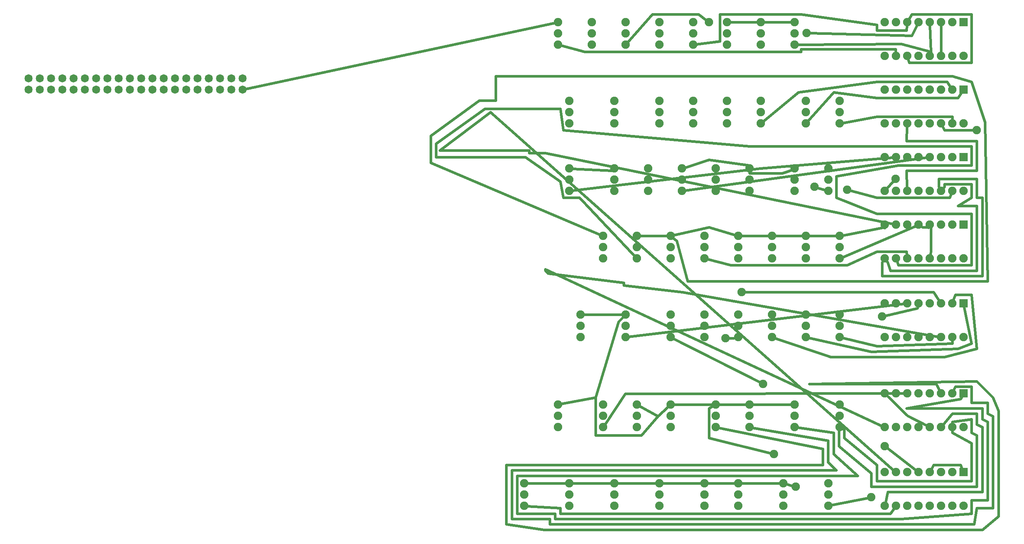
<source format=gbl>
G04 MADE WITH FRITZING*
G04 WWW.FRITZING.ORG*
G04 SINGLE SIDED*
G04 HOLES NOT PLATED*
G04 CONTOUR ON CENTER OF CONTOUR VECTOR*
%ASAXBY*%
%FSLAX23Y23*%
%MOIN*%
%OFA0B0*%
%SFA1.0B1.0*%
%ADD10C,0.075000*%
%ADD11C,0.071889*%
%ADD12C,0.071917*%
%ADD13R,0.075000X0.075000*%
%ADD14C,0.024000*%
%LNCOPPER0*%
G90*
G70*
G54D10*
X8678Y6668D03*
X8678Y6368D03*
X8578Y6668D03*
X8578Y6368D03*
X8478Y6668D03*
X8478Y6368D03*
X8378Y6668D03*
X8378Y6368D03*
X8278Y6668D03*
X8278Y6368D03*
X8178Y6668D03*
X8178Y6368D03*
X8078Y6668D03*
X8078Y6368D03*
X7978Y6668D03*
X7978Y6368D03*
X8678Y5468D03*
X8678Y5168D03*
X8578Y5468D03*
X8578Y5168D03*
X8478Y5468D03*
X8478Y5168D03*
X8378Y5468D03*
X8378Y5168D03*
X8278Y5468D03*
X8278Y5168D03*
X8178Y5468D03*
X8178Y5168D03*
X8078Y5468D03*
X8078Y5168D03*
X7978Y5468D03*
X7978Y5168D03*
X8678Y4868D03*
X8678Y4568D03*
X8578Y4868D03*
X8578Y4568D03*
X8478Y4868D03*
X8478Y4568D03*
X8378Y4868D03*
X8378Y4568D03*
X8278Y4868D03*
X8278Y4568D03*
X8178Y4868D03*
X8178Y4568D03*
X8078Y4868D03*
X8078Y4568D03*
X7978Y4868D03*
X7978Y4568D03*
X8678Y6068D03*
X8678Y5768D03*
X8578Y6068D03*
X8578Y5768D03*
X8478Y6068D03*
X8478Y5768D03*
X8378Y6068D03*
X8378Y5768D03*
X8278Y6068D03*
X8278Y5768D03*
X8178Y6068D03*
X8178Y5768D03*
X8078Y6068D03*
X8078Y5768D03*
X7978Y6068D03*
X7978Y5768D03*
X8678Y4168D03*
X8678Y3868D03*
X8578Y4168D03*
X8578Y3868D03*
X8478Y4168D03*
X8478Y3868D03*
X8378Y4168D03*
X8378Y3868D03*
X8278Y4168D03*
X8278Y3868D03*
X8178Y4168D03*
X8178Y3868D03*
X8078Y4168D03*
X8078Y3868D03*
X7978Y4168D03*
X7978Y3868D03*
X8678Y2668D03*
X8678Y2368D03*
X8578Y2668D03*
X8578Y2368D03*
X8478Y2668D03*
X8478Y2368D03*
X8378Y2668D03*
X8378Y2368D03*
X8278Y2668D03*
X8278Y2368D03*
X8178Y2668D03*
X8178Y2368D03*
X8078Y2668D03*
X8078Y2368D03*
X7978Y2668D03*
X7978Y2368D03*
X5078Y6668D03*
X5078Y6568D03*
X5078Y6468D03*
X6478Y3268D03*
X6478Y3168D03*
X6478Y3068D03*
X7178Y3268D03*
X7178Y3168D03*
X7178Y3068D03*
X7578Y3268D03*
X7578Y3168D03*
X7578Y3068D03*
X6778Y3268D03*
X6778Y3168D03*
X6778Y3068D03*
X7078Y2568D03*
X7078Y2468D03*
X7078Y2368D03*
X6678Y2568D03*
X6678Y2468D03*
X6678Y2368D03*
X6378Y2568D03*
X6378Y2468D03*
X6378Y2368D03*
X7478Y2568D03*
X7478Y2468D03*
X7478Y2368D03*
X6078Y4768D03*
X6078Y4668D03*
X6078Y4568D03*
X5978Y2568D03*
X5978Y2468D03*
X5978Y2368D03*
X5978Y6668D03*
X5978Y6568D03*
X5978Y6468D03*
X5878Y5368D03*
X5878Y5268D03*
X5878Y5168D03*
X5178Y2568D03*
X5178Y2468D03*
X5178Y2368D03*
X5578Y2568D03*
X5578Y2468D03*
X5578Y2368D03*
X6078Y4068D03*
X6078Y3968D03*
X6078Y3868D03*
X6078Y3268D03*
X6078Y3168D03*
X6078Y3068D03*
X5778Y3268D03*
X5778Y3168D03*
X5778Y3068D03*
X6278Y5968D03*
X6278Y5868D03*
X6278Y5768D03*
X6178Y5368D03*
X6178Y5268D03*
X6178Y5168D03*
X6378Y4068D03*
X6378Y3968D03*
X6378Y3868D03*
X6378Y4768D03*
X6378Y4668D03*
X6378Y4568D03*
X6278Y6668D03*
X6278Y6568D03*
X6278Y6468D03*
X4778Y2568D03*
X4778Y2468D03*
X4778Y2368D03*
X5078Y3268D03*
X5078Y3168D03*
X5078Y3068D03*
X5378Y6668D03*
X5378Y6568D03*
X5378Y6468D03*
X5178Y5968D03*
X5178Y5868D03*
X5178Y5768D03*
X5178Y5368D03*
X5178Y5268D03*
X5178Y5168D03*
X5778Y4768D03*
X5778Y4668D03*
X5778Y4568D03*
X5978Y5968D03*
X5978Y5868D03*
X5978Y5768D03*
X5578Y5368D03*
X5578Y5268D03*
X5578Y5168D03*
X5478Y3268D03*
X5478Y3168D03*
X5478Y3068D03*
X5478Y4768D03*
X5478Y4668D03*
X5478Y4568D03*
X5278Y4068D03*
X5278Y3968D03*
X5278Y3868D03*
X5678Y4068D03*
X5678Y3968D03*
X5678Y3868D03*
X5578Y5968D03*
X5578Y5868D03*
X5578Y5768D03*
X8678Y3368D03*
X8678Y3068D03*
X8578Y3368D03*
X8578Y3068D03*
X8478Y3368D03*
X8478Y3068D03*
X8378Y3368D03*
X8378Y3068D03*
X8278Y3368D03*
X8278Y3068D03*
X8178Y3368D03*
X8178Y3068D03*
X8078Y3368D03*
X8078Y3068D03*
X7978Y3368D03*
X7978Y3068D03*
X7278Y4068D03*
X7278Y3968D03*
X7278Y3868D03*
X6778Y5368D03*
X6778Y5268D03*
X6778Y5168D03*
X6878Y5968D03*
X6878Y5868D03*
X6878Y5768D03*
X6478Y5368D03*
X6478Y5268D03*
X6478Y5168D03*
X7278Y5968D03*
X7278Y5868D03*
X7278Y5768D03*
X6578Y5968D03*
X6578Y5868D03*
X6578Y5768D03*
X7578Y5968D03*
X7578Y5868D03*
X7578Y5768D03*
X6578Y6668D03*
X6578Y6568D03*
X6578Y6468D03*
X7178Y6668D03*
X7178Y6568D03*
X7178Y6468D03*
X6878Y6668D03*
X6878Y6568D03*
X6878Y6468D03*
X5678Y6668D03*
X5678Y6568D03*
X5678Y6468D03*
X6978Y4768D03*
X6978Y4668D03*
X6978Y4568D03*
X7578Y4068D03*
X7578Y3968D03*
X7578Y3868D03*
X6978Y4068D03*
X6978Y3968D03*
X6978Y3868D03*
X6678Y4068D03*
X6678Y3968D03*
X6678Y3868D03*
X7178Y5368D03*
X7178Y5268D03*
X7178Y5168D03*
X7478Y5368D03*
X7478Y5268D03*
X7478Y5168D03*
X7578Y4768D03*
X7578Y4668D03*
X7578Y4568D03*
X7278Y4768D03*
X7278Y4668D03*
X7278Y4568D03*
X6678Y4768D03*
X6678Y4668D03*
X6678Y4568D03*
G54D11*
X378Y6068D03*
X478Y6068D03*
X578Y6068D03*
X678Y6068D03*
G54D12*
X778Y6068D03*
G54D11*
X878Y6068D03*
X978Y6068D03*
X1078Y6068D03*
X1178Y6068D03*
G54D12*
X1278Y6068D03*
G54D11*
X1378Y6068D03*
G54D12*
X1478Y6068D03*
G54D11*
X1578Y6068D03*
X1678Y6068D03*
X1778Y6068D03*
X1878Y6068D03*
G54D12*
X1978Y6068D03*
G54D11*
X2078Y6068D03*
X2178Y6068D03*
X2278Y6068D03*
X2278Y6168D03*
X2178Y6168D03*
X2078Y6168D03*
G54D12*
X1978Y6168D03*
G54D11*
X1878Y6168D03*
X1778Y6168D03*
X1678Y6168D03*
X1578Y6168D03*
G54D12*
X1478Y6168D03*
G54D11*
X1378Y6168D03*
G54D12*
X1278Y6168D03*
G54D11*
X1178Y6168D03*
X1078Y6168D03*
X978Y6168D03*
X878Y6168D03*
G54D12*
X778Y6168D03*
G54D11*
X678Y6168D03*
X578Y6168D03*
X478Y6168D03*
X378Y6168D03*
G54D10*
X7860Y2444D03*
X7980Y2900D03*
X7644Y5180D03*
X7356Y5204D03*
X7284Y6572D03*
X6420Y6668D03*
X8076Y5276D03*
X8796Y5708D03*
X6708Y4268D03*
X6564Y3860D03*
X7956Y4052D03*
X6900Y3452D03*
X6996Y2828D03*
X7188Y2540D03*
G54D13*
X8678Y6668D03*
X8678Y5468D03*
X8678Y4868D03*
X8678Y6068D03*
X8678Y4168D03*
X8678Y2668D03*
X8678Y3368D03*
G54D14*
X8149Y3368D02*
X5677Y3367D01*
D02*
X5677Y3367D02*
X5494Y3092D01*
D02*
X7998Y3348D02*
X8181Y3169D01*
D02*
X8181Y3169D02*
X8352Y3081D01*
D02*
X8350Y5464D02*
X6206Y5172D01*
D02*
X5206Y5172D02*
X6876Y5369D01*
D02*
X6876Y5369D02*
X8049Y5466D01*
D02*
X6182Y4270D02*
X5662Y4329D01*
D02*
X5662Y4329D02*
X5662Y4353D01*
D02*
X8450Y3873D02*
X6182Y4270D01*
D02*
X5662Y4353D02*
X4990Y4437D01*
D02*
X4990Y4437D02*
X4966Y4461D01*
D02*
X4966Y4461D02*
X4966Y4473D01*
D02*
X4966Y4473D02*
X7952Y3080D01*
D02*
X4966Y5505D02*
X8050Y4874D01*
D02*
X4822Y5505D02*
X4966Y5505D01*
D02*
X4822Y5529D02*
X4822Y5505D01*
D02*
X4030Y5529D02*
X4822Y5529D01*
D02*
X4479Y5868D02*
X4030Y5529D01*
D02*
X8057Y2687D02*
X4479Y5868D01*
D02*
X5706Y3872D02*
X8150Y4165D01*
D02*
X7604Y4579D02*
X8252Y4857D01*
D02*
X7606Y3861D02*
X7908Y3788D01*
X7908Y3788D02*
X8580Y3812D01*
X8580Y3812D02*
X8579Y3840D01*
D02*
X8478Y6397D02*
X8478Y6640D01*
D02*
X8383Y4596D02*
X8388Y4628D01*
X8388Y4628D02*
X8388Y4844D01*
X8388Y4844D02*
X8389Y4842D01*
D02*
X5758Y4589D02*
X5268Y5108D01*
X5268Y5108D02*
X5124Y5108D01*
X5124Y5108D02*
X5100Y5252D01*
X5100Y5252D02*
X4788Y5468D01*
X4788Y5468D02*
X3996Y5468D01*
X3996Y5468D02*
X3996Y5588D01*
X3996Y5588D02*
X4428Y5900D01*
X4428Y5900D02*
X5100Y5900D01*
X5100Y5900D02*
X5124Y5708D01*
X5124Y5708D02*
X6780Y5564D01*
X6780Y5564D02*
X8748Y5564D01*
X8748Y5564D02*
X8748Y5396D01*
X8748Y5396D02*
X8100Y5396D01*
X8100Y5396D02*
X7548Y5300D01*
X7548Y5300D02*
X7548Y5108D01*
X7548Y5108D02*
X7908Y4964D01*
X7908Y4964D02*
X8748Y4964D01*
X8748Y4964D02*
X8748Y4508D01*
X8748Y4508D02*
X8100Y4508D01*
X8100Y4508D02*
X8088Y4541D01*
D02*
X6406Y4561D02*
X6612Y4508D01*
X6612Y4508D02*
X7644Y4508D01*
X7644Y4508D02*
X7908Y4628D01*
X7908Y4628D02*
X8172Y4628D01*
X8172Y4628D02*
X8175Y4597D01*
D02*
X8177Y5197D02*
X8172Y5348D01*
X8172Y5348D02*
X8796Y5348D01*
X8796Y5348D02*
X8796Y5612D01*
X8796Y5612D02*
X8172Y5612D01*
X8172Y5612D02*
X8177Y5740D01*
D02*
X7603Y3054D02*
X7620Y3044D01*
X7620Y3044D02*
X7620Y2972D01*
X7620Y2972D02*
X7908Y2732D01*
X7908Y2732D02*
X7908Y2588D01*
X7908Y2588D02*
X8748Y2588D01*
X8748Y2588D02*
X8748Y2924D01*
X8748Y2924D02*
X8580Y3020D01*
X8580Y3020D02*
X8580Y3044D01*
X8580Y3044D02*
X8580Y3040D01*
D02*
X5106Y6461D02*
X5316Y6404D01*
X5316Y6404D02*
X7236Y6404D01*
X7236Y6404D02*
X7236Y6428D01*
X7236Y6428D02*
X8076Y6428D01*
X8076Y6428D02*
X8077Y6397D01*
D02*
X7571Y3040D02*
X7572Y3044D01*
X7572Y3044D02*
X7572Y2900D01*
X7572Y2900D02*
X7860Y2660D01*
X7860Y2660D02*
X7860Y2540D01*
X7860Y2540D02*
X8796Y2540D01*
X8796Y2540D02*
X8796Y2996D01*
X8796Y2996D02*
X8748Y3020D01*
X8748Y3020D02*
X8748Y3140D01*
X8748Y3140D02*
X8580Y3116D01*
X8580Y3116D02*
X8580Y3092D01*
X8580Y3092D02*
X8580Y3097D01*
D02*
X4807Y2366D02*
X5100Y2348D01*
X5100Y2348D02*
X5100Y2300D01*
X5100Y2300D02*
X8028Y2300D01*
X8028Y2300D02*
X8061Y2345D01*
D02*
X7606Y5773D02*
X7908Y5828D01*
X7908Y5828D02*
X8580Y5828D01*
X8580Y5828D02*
X8579Y5797D01*
D02*
X7832Y2438D02*
X7506Y2374D01*
D02*
X8003Y2882D02*
X8255Y2686D01*
D02*
X7672Y5172D02*
X7908Y5108D01*
X7908Y5108D02*
X8556Y5108D01*
X8556Y5108D02*
X8568Y5141D01*
D02*
X7383Y5196D02*
X7451Y5176D01*
D02*
X8379Y6640D02*
X8388Y6404D01*
X8388Y6404D02*
X8386Y6396D01*
D02*
X7207Y6468D02*
X8124Y6476D01*
X8124Y6476D02*
X8388Y6404D01*
D02*
X8364Y4843D02*
X8364Y4844D01*
X8364Y4844D02*
X8316Y4844D01*
X8316Y4844D02*
X8302Y4853D01*
D02*
X8192Y6693D02*
X8220Y6740D01*
X8220Y6740D02*
X8748Y6740D01*
X8748Y6740D02*
X8748Y6308D01*
X8748Y6308D02*
X8196Y6308D01*
X8196Y6308D02*
X8186Y6341D01*
D02*
X6306Y6472D02*
X6516Y6500D01*
X6516Y6500D02*
X6516Y6740D01*
X6516Y6740D02*
X7236Y6740D01*
X7236Y6740D02*
X7908Y6644D01*
X7908Y6644D02*
X7908Y6596D01*
X7908Y6596D02*
X8172Y6596D01*
X8172Y6596D02*
X8176Y6640D01*
D02*
X8497Y3090D02*
X8580Y3188D01*
X8580Y3188D02*
X8796Y3188D01*
X8796Y3188D02*
X8796Y3092D01*
X8796Y3092D02*
X8844Y3068D01*
X8844Y3068D02*
X8844Y2492D01*
X8844Y2492D02*
X8004Y2492D01*
X8004Y2492D02*
X7984Y2396D01*
D02*
X8391Y2693D02*
X8412Y2732D01*
X8412Y2732D02*
X8652Y2732D01*
X8652Y2732D02*
X8667Y2695D01*
D02*
X7306Y3862D02*
X7860Y3740D01*
X7860Y3740D02*
X8628Y3764D01*
X8628Y3764D02*
X8748Y3812D01*
X8748Y3812D02*
X8683Y4140D01*
D02*
X8496Y5190D02*
X8508Y5204D01*
X8508Y5204D02*
X8508Y5228D01*
X8508Y5228D02*
X8748Y5228D01*
X8748Y5228D02*
X8748Y5108D01*
X8748Y5108D02*
X8628Y5036D01*
X8628Y5036D02*
X8796Y5036D01*
X8796Y5036D02*
X8796Y4460D01*
X8796Y4460D02*
X8028Y4460D01*
X8028Y4460D02*
X8004Y4532D01*
X8004Y4532D02*
X7995Y4545D01*
D02*
X8465Y5194D02*
X8460Y5204D01*
X8460Y5204D02*
X8460Y5276D01*
X8460Y5276D02*
X8796Y5276D01*
X8796Y5276D02*
X8796Y5108D01*
X8796Y5108D02*
X8844Y5108D01*
X8844Y5108D02*
X8844Y4412D01*
X8844Y4412D02*
X7956Y4412D01*
X7956Y4412D02*
X7956Y4532D01*
X7956Y4532D02*
X7963Y4544D01*
D02*
X7313Y6571D02*
X8220Y6548D01*
X8220Y6548D02*
X8266Y6642D01*
D02*
X6397Y6685D02*
X6324Y6740D01*
X6324Y6740D02*
X5916Y6740D01*
X5916Y6740D02*
X5697Y6490D01*
D02*
X7297Y5790D02*
X7524Y6044D01*
X7524Y6044D02*
X7908Y5996D01*
X7908Y5996D02*
X8628Y5996D01*
X8628Y5996D02*
X8662Y6045D01*
D02*
X7005Y3859D02*
X7500Y3692D01*
X7500Y3692D02*
X8508Y3692D01*
X8508Y3692D02*
X8796Y3764D01*
X8796Y3764D02*
X8748Y4244D01*
X8748Y4244D02*
X8604Y4244D01*
X8604Y4244D02*
X8587Y4195D01*
D02*
X8057Y5255D02*
X7997Y5189D01*
D02*
X8767Y5708D02*
X8508Y5708D01*
X8508Y5708D02*
X8491Y5743D01*
D02*
X6900Y5786D02*
X7212Y6044D01*
X7212Y6044D02*
X7908Y6140D01*
X7908Y6140D02*
X8532Y6140D01*
X8532Y6140D02*
X8563Y6092D01*
D02*
X6737Y4268D02*
X8412Y4268D01*
X8412Y4268D02*
X8462Y4192D01*
D02*
X6593Y3860D02*
X6636Y3860D01*
X6636Y3860D02*
X6650Y3863D01*
D02*
X7206Y3064D02*
X7524Y3020D01*
X7524Y3020D02*
X7524Y2828D01*
X7524Y2828D02*
X7740Y2636D01*
X7740Y2636D02*
X4716Y2636D01*
X4716Y2636D02*
X4716Y2300D01*
X4716Y2300D02*
X5052Y2300D01*
X5052Y2300D02*
X5052Y2252D01*
X5052Y2252D02*
X8124Y2252D01*
X8124Y2252D02*
X8748Y2300D01*
X8748Y2300D02*
X8748Y2420D01*
X8748Y2420D02*
X8892Y2420D01*
X8892Y2420D02*
X8892Y3116D01*
X8892Y3116D02*
X8844Y3140D01*
X8844Y3140D02*
X8844Y3236D01*
X8844Y3236D02*
X8172Y3236D01*
X8172Y3236D02*
X8652Y3320D01*
X8652Y3320D02*
X8664Y3343D01*
D02*
X6806Y3063D02*
X7476Y2948D01*
X7476Y2948D02*
X7476Y2756D01*
X7476Y2756D02*
X7548Y2684D01*
X7548Y2684D02*
X4668Y2684D01*
X4668Y2684D02*
X4668Y2252D01*
X4668Y2252D02*
X5004Y2252D01*
X5004Y2252D02*
X5004Y2204D01*
X5004Y2204D02*
X8772Y2204D01*
X8772Y2204D02*
X8796Y2348D01*
X8796Y2348D02*
X8940Y2348D01*
X8940Y2348D02*
X8940Y3164D01*
X8940Y3164D02*
X8892Y3188D01*
X8892Y3188D02*
X8892Y3284D01*
X8892Y3284D02*
X8748Y3284D01*
X8748Y3284D02*
X8748Y3428D01*
X8748Y3428D02*
X8604Y3428D01*
X8604Y3428D02*
X8589Y3394D01*
D02*
X6506Y3063D02*
X7428Y2876D01*
X7428Y2876D02*
X7428Y2732D01*
X7428Y2732D02*
X4620Y2732D01*
X4620Y2732D02*
X4620Y2204D01*
X4620Y2204D02*
X4956Y2156D01*
X4956Y2156D02*
X8844Y2156D01*
X8844Y2156D02*
X8988Y2276D01*
X8988Y2276D02*
X8988Y3212D01*
X8988Y3212D02*
X8940Y3332D01*
X8940Y3332D02*
X8796Y3476D01*
X8796Y3476D02*
X7308Y3452D01*
X7308Y3452D02*
X8436Y3452D01*
X8436Y3452D02*
X8465Y3394D01*
D02*
X7984Y4058D02*
X8268Y4124D01*
X8268Y4124D02*
X8272Y4140D01*
D02*
X6874Y3465D02*
X6103Y3855D01*
D02*
X6707Y4768D02*
X6949Y4768D01*
D02*
X7249Y4768D02*
X7007Y4768D01*
D02*
X7549Y4768D02*
X7307Y4768D01*
D02*
X7980Y4840D02*
X7980Y4844D01*
X7980Y4844D02*
X7606Y4773D01*
D02*
X6106Y4774D02*
X6420Y4844D01*
X6420Y4844D02*
X6651Y4776D01*
D02*
X5807Y4768D02*
X6049Y4768D01*
D02*
X5452Y4779D02*
X3948Y5420D01*
X3948Y5420D02*
X3948Y5660D01*
X3948Y5660D02*
X4380Y5972D01*
X4380Y5972D02*
X4524Y5972D01*
X4524Y5972D02*
X4524Y6188D01*
X4524Y6188D02*
X8580Y6188D01*
X8580Y6188D02*
X8748Y6140D01*
X8748Y6140D02*
X8868Y5780D01*
X8868Y5780D02*
X8892Y4364D01*
X8892Y4364D02*
X6228Y4364D01*
X6228Y4364D02*
X6132Y4724D01*
X6132Y4724D02*
X6100Y4750D01*
D02*
X7149Y6668D02*
X6907Y6668D01*
D02*
X6607Y6668D02*
X6849Y6668D01*
D02*
X5207Y5367D02*
X5556Y5348D01*
X5556Y5348D02*
X5557Y5349D01*
D02*
X6780Y5397D02*
X6780Y5396D01*
X6780Y5396D02*
X6420Y5444D01*
X6420Y5444D02*
X6205Y5377D01*
D02*
X7153Y5355D02*
X7140Y5348D01*
X7140Y5348D02*
X7068Y5324D01*
X7068Y5324D02*
X6780Y5324D01*
X6780Y5324D02*
X6779Y5340D01*
D02*
X5307Y4068D02*
X5649Y4068D01*
D02*
X6057Y3249D02*
X5964Y3164D01*
X5964Y3164D02*
X5820Y2996D01*
X5820Y2996D02*
X5412Y2996D01*
X5412Y2996D02*
X5412Y3332D01*
X5412Y3332D02*
X5616Y4004D01*
X5616Y4004D02*
X5658Y4048D01*
D02*
X5803Y3254D02*
X5964Y3164D01*
D02*
X6449Y3268D02*
X6107Y3268D01*
D02*
X6749Y3268D02*
X6507Y3268D01*
D02*
X7149Y3268D02*
X6807Y3268D01*
D02*
X5106Y3274D02*
X5412Y3332D01*
D02*
X6968Y2835D02*
X6420Y2972D01*
X6420Y2972D02*
X6420Y3236D01*
X6420Y3236D02*
X6453Y3254D01*
D02*
X7160Y2547D02*
X7106Y2561D01*
D02*
X6707Y2568D02*
X7049Y2568D01*
D02*
X6407Y2568D02*
X6649Y2568D01*
D02*
X6007Y2568D02*
X6349Y2568D01*
D02*
X5607Y2568D02*
X5949Y2568D01*
D02*
X5207Y2568D02*
X5549Y2568D01*
D02*
X4807Y2568D02*
X5149Y2568D01*
D02*
X2310Y6075D02*
X5050Y6662D01*
G04 End of Copper0*
M02*
</source>
